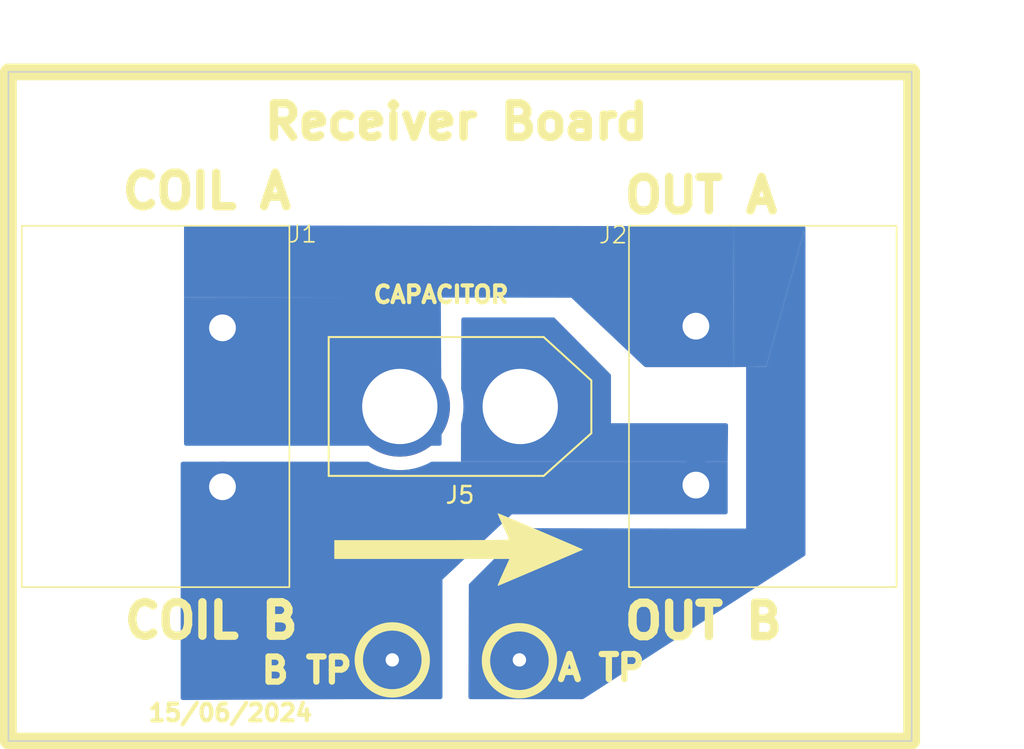
<source format=kicad_pcb>
(kicad_pcb (version 20221018) (generator pcbnew)
  (layers (0 "F.Cu" signal) (31 "B.Cu" signal) (34 "B.Paste" user) (35 "F.Paste" user) (36 "B.SilkS" user "B.Silkscreen") (37 "F.SilkS" user "F.Silkscreen") (38 "B.Mask" user) (39 "F.Mask" user) (44 "Edge.Cuts" user))
  (net 0 "")
  (net 1 "/COIL_OUTB")
  (net 2 "/COIL_OUTA")
  (footprint "Connector_AMASS:AMASS_XT60-M_1x02_P7.20mm_Vertical" (layer "F.Cu") (at 103 83.5 180)
    (fp_text reference "J5" (at 3.6 -5.3) (layer "F.SilkS"))
    (fp_text value "Conn_01x02_Pin")
    (fp_line (start -4.25 -1.6) (end -4.25 1.55) (stroke (width 0.12)) (layer "F.SilkS"))
    (fp_line (start -4.25 1.55) (end -1.4 4.15) (stroke (width 0.12)) (layer "F.SilkS"))
    (fp_line (start -1.4 -4.15) (end -4.25 -1.6) (stroke (width 0.12)) (layer "F.SilkS"))
    (fp_line (start -1.4 4.15) (end 11.45 4.15) (stroke (width 0.12)) (layer "F.SilkS"))
    (fp_line (start 11.45 -4.15) (end -1.4 -4.15) (stroke (width 0.12)) (layer "F.SilkS"))
    (fp_line (start 11.45 4.15) (end 11.45 -4.15) (stroke (width 0.12)) (layer "F.SilkS"))
    (pad "1" thru_hole roundrect (at 0 0 180) (size 6 6) (drill 4.5) (layers "*.Cu" "*.Mask") (net 1 "/COIL_OUTB"))
    (pad "2" thru_hole circle (at 7.2 0 180) (size 6 6) (drill 4.5) (layers "*.Cu" "*.Mask") (net 2 "/COIL_OUTA"))
  )
  (footprint "HB9500:HB9500" (layer "F.Cu") (at 85.2 78.8 -90)
    (fp_text reference "J1" (at -5.6 -4.8 unlocked) (layer "F.SilkS") (effects (font (thickness 0.1))))
    (fp_text value "Screw_Terminal_01x02")
    (fp_rect (start -6.1 -4) (end 15.5 12) (stroke (width 0.1)) (fill none) (layer "F.SilkS"))
    (pad "1" thru_hole circle (at 0 0 270) (size 3 3) (drill 1.6) (layers "*.Cu" "*.Mask") (net 2 "/COIL_OUTA"))
    (pad "2" thru_hole circle (at 9.5 0 270) (size 3 3) (drill 1.6) (layers "*.Cu" "*.Mask") (net 1 "/COIL_OUTB"))
  )
  (footprint "MountingHole:MountingHole_3.2mm_M3" (layer "F.Cu") (at 122.4 99.45)
    (fp_text reference "H4" hide)
    (fp_text value "MountingHole" hide)
    (pad "" np_thru_hole circle (at 0 0) (size 3.2 3.2) (drill 3.2) (layers "*.Cu" "*.Mask"))
  )
  (footprint "HB9500:HB9500" (layer "F.Cu") (at 113.5 88.2 90)
    (fp_text reference "J2" (at 14.95 -4.95 unlocked) (layer "F.SilkS") (effects (font (thickness 0.1))))
    (fp_text value "Screw_Terminal_01x02")
    (fp_rect (start -6.1 -4) (end 15.5 12) (stroke (width 0.1)) (fill none) (layer "F.SilkS"))
    (pad "1" thru_hole circle (at 0 0 90) (size 3 3) (drill 1.6) (layers "*.Cu" "*.Mask") (net 1 "/COIL_OUTB"))
    (pad "2" thru_hole circle (at 9.5 0 90) (size 3 3) (drill 1.6) (layers "*.Cu" "*.Mask") (net 2 "/COIL_OUTA"))
  )
  (footprint "MountingHole:MountingHole_3.2mm_M3" (layer "F.Cu") (at 76.4 67.5)
    (fp_text reference "H3" hide)
    (fp_text value "MountingHole" hide)
    (pad "" np_thru_hole circle (at 0 0) (size 3.2 3.2) (drill 3.2) (layers "*.Cu" "*.Mask"))
  )
  (footprint "LOGO" (layer "F.Cu") (at 99.35 92.45)
    (fp_text reference "G***" hide)
    (fp_text value "LOGO" hide)
    (fp_poly (pts (xy 2.341327 -2.554271) (xy 2.444037 -2.518271) (xy 2.590533 -2.46092) (xy 2.732071 -2.402127) (xy 3.514773 -2.069212) (xy 4.228241 -1.765443) (xy 4.871734 -1.491139) (xy 5.444508 -1.246618) (xy 5.945823 -1.032199) (xy 6.374935 -0.8482) (xy 6.731104 -0.694939) (xy 7.013585 -0.572734) (xy 7.221639 -0.481904) (xy 7.354521 -0.422768) (xy 7.411491 -0.395643) (xy 7.413752 -0.393839) (xy 7.375166 -0.376713) (xy 7.267515 -0.330245) (xy 7.098505 -0.257716) (xy 6.875839 -0.162408) (xy 6.607225 -0.047603) (xy 6.300368 0.083417) (xy 5.962973 0.227369) (xy 5.602745 0.380973) (xy 5.22739 0.540945) (xy 4.844614 0.704005) (xy 4.462122 0.86687) (xy 4.08762 1.026257) (xy 3.728812 1.178887) (xy 3.393405 1.321475) (xy 3.089104 1.450741) (xy 2.823615 1.563402) (xy 2.604643 1.656176) (xy 2.439893 1.725782) (xy 2.337072 1.768937) (xy 2.305812 1.78175) (xy 2.302948 1.753828) (xy 2.33076 1.663657) (xy 2.38444 1.524483) (xy 2.459179 1.349548) (xy 2.47811 1.307267) (xy 2.579834 1.082406) (xy 2.685948 0.848667) (xy 2.782999 0.635641) (xy 2.849646 0.490065) (xy 2.99821 0.166831) (xy -2.233736 0.166831) (xy -7.465682 0.166831) (xy -7.465682 -0.396224) (xy -7.465682 -0.959278) (xy -2.252217 -0.959278) (xy -1.461312 -0.959419) (xy -0.750057 -0.959868) (xy -0.114689 -0.960663) (xy 0.448558 -0.961844) (xy 0.943449 -0.963447) (xy 1.373746 -0.965513) (xy 1.743216 -0.968079) (xy 2.055622 -0.971183) (xy 2.314729 -0.974865) (xy 2.524302 -0.979163) (xy 2.688105 -0.984115) (xy 2.809903 -0.989761) (xy 2.893459 -0.996137) (xy 2.942539 -1.003283) (xy 2.960907 -1.011238) (xy 2.961248 -1.012589) (xy 2.944152 -1.073848) (xy 2.898943 -1.187205) (xy 2.834737 -1.330111) (xy 2.822132 -1.356678) (xy 2.713217 -1.587733) (xy 2.606581 -1.820061) (xy 2.507667 -2.041113) (xy 2.421921 -2.23834) (xy 2.354789 -2.399192) (xy 2.311717 -2.511122) (xy 2.298148 -2.561581) (xy 2.298719 -2.562868)) (fill solid) (layer "F.SilkS"))
  )
  (footprint "MountingHole:MountingHole_3.2mm_M3" (layer "F.Cu") (at 76.4 99.45)
    (fp_text reference "H1" hide)
    (fp_text value "MountingHole" hide)
    (pad "" np_thru_hole circle (at 0 0) (size 3.2 3.2) (drill 3.2) (layers "*.Cu" "*.Mask"))
  )
  (footprint "MountingHole:MountingHole_3.2mm_M3" (layer "F.Cu") (at 122.4 67.5)
    (fp_text reference "H2" hide)
    (fp_text value "MountingHole" hide)
    (pad "" np_thru_hole circle (at 0 0) (size 3.2 3.2) (drill 3.2) (layers "*.Cu" "*.Mask"))
  )
  (gr_rect (start 72.4 63.5) (end 126.4 103.5) (stroke (width 0.1)) (fill none) (layer "B.Cu"))
  (gr_circle (center 95.35 98.65) (end 97.35 98.65) (stroke (width 0.5)) (fill none) (layer "F.SilkS"))
  (gr_rect (start 72.4 63.5) (end 126.4 103.5) (stroke (width 1)) (fill none) (layer "F.SilkS"))
  (gr_circle (center 102.95 98.7) (end 104.95 98.7) (stroke (width 0.5)) (fill none) (layer "F.SilkS"))
  (gr_rect (start 72.4 63.5) (end 126.4 103.5) (stroke (width 0.1)) (fill none) (layer "Edge.Cuts"))
  (gr_text "OUT A" (at 109 72.05) (layer "F.SilkS") (effects (font (size 2 2) (thickness 0.5) bold) (justify left bottom)))
  (gr_text "COIL A" (at 78.975 71.8) (layer "F.SilkS") (effects (font (size 2 2) (thickness 0.5) bold) (justify left bottom)))
  (gr_text "15/06/2024" (at 80.65 102.4) (layer "F.SilkS") (effects (font (size 1 1) (thickness 0.25) bold) (justify left bottom)))
  (gr_text "COIL B" (at 79.1 97.475) (layer "F.SilkS") (effects (font (size 2 2) (thickness 0.5) bold) (justify left bottom)))
  (gr_text "Receiver Board" (at 87.469047 67.65) (layer "F.SilkS") (effects (font (size 2 2) (thickness 0.5) bold) (justify left bottom)))
  (gr_text "OUT B" (at 109 97.5) (layer "F.SilkS") (effects (font (size 2 2) (thickness 0.5) bold) (justify left bottom)))
  (gr_text "CAPACITOR" (at 94.1 77.4) (layer "F.SilkS") (effects (font (size 1 1) (thickness 0.25) bold) (justify left bottom)))
  (gr_text "B TP" (at 87.35 100.15) (layer "F.SilkS") (effects (font (size 1.5 1.5) (thickness 0.375) bold) (justify left bottom)))
  (gr_text "A TP" (at 105.05 100) (layer "F.SilkS") (effects (font (size 1.5 1.5) (thickness 0.375) bold) (justify left bottom)))
  (via (at 95.35 98.65) (size 2) (drill 0.8) (layers "F.Cu" "B.Cu") (net 1))
  (segment (start 113.4 88.3) (end 113.5 88.2) (width 3) (layer "B.Cu") (net 1))
  (via (at 102.95 98.65) (size 2) (drill 0.8) (layers "F.Cu" "B.Cu") (net 2))
  (segment (start 85.2 78.8) (end 91.1 78.8) (width 3) (layer "B.Cu") (net 2))
  (segment (start 91.1 78.8) (end 95.8 83.5) (width 3) (layer "B.Cu") (net 2))
  (zone (net 2) (net_name "/COIL_OUTA") (layer "B.Cu") (priority 3) (connect_pads yes (clearance 0.5)) (min_thickness 0.25) (fill yes (thermal_gap 0.5) (thermal_bridge_width 0.5))
    (polygon (pts (xy 82.9 76.975) (xy 82.9 72.675) (xy 115.9 72.725) (xy 115.925 81.15) (xy 110.45 81.15) (xy 106.05 77)))
  )
  (zone (net 2) (net_name "/COIL_OUTA") (layer "B.Cu") (priority 4) (connect_pads yes (clearance 0.5)) (min_thickness 0.25) (fill yes (thermal_gap 0.5) (thermal_bridge_width 0.5))
    (polygon (pts (xy 99.9 101) (xy 99.925 94.125) (xy 103.275 90.775) (xy 114.475 90.8) (xy 116.5 90.8) (xy 116.5 72.75) (xy 120.05 72.7) (xy 120.05 92.4) (xy 106.75 101)))
  )
  (zone (net 1) (net_name "/COIL_OUTB") (layer "B.Cu") (priority 1) (connect_pads yes (clearance 0.5)) (min_thickness 0.25) (fill yes (thermal_gap 0.5) (thermal_bridge_width 0.5))
    (polygon (pts (xy 115.4 86.8) (xy 115.425 84.5) (xy 108.425 84.5) (xy 108.425 81.6) (xy 105.025 78.175) (xy 99.475 78.175) (xy 99.45 87.85) (xy 115.4 87.575)))
  )
  (zone (net 1) (net_name "/COIL_OUTB") (layer "B.Cu") (priority 2) (connect_pads yes (clearance 0.5)) (min_thickness 0.25) (fill yes (thermal_gap 0.5) (thermal_bridge_width 0.5))
    (polygon (pts (xy 115.4 86.8) (xy 115.4 89.95) (xy 102.5 89.95) (xy 98.35 93.85) (xy 98.35 101) (xy 92.6 101) (xy 82.7 101.05) (xy 82.7 86.8)))
  )
  (zone (net 2) (net_name "/COIL_OUTA") (layer "B.Cu") (connect_pads yes (clearance 0.5)) (min_thickness 0.25) (fill yes (thermal_gap 0.5) (thermal_bridge_width 0.5))
    (polygon (pts (xy 82.9 76.75) (xy 98.25 76.75) (xy 98.3 85.85) (xy 82.9 85.85)))
  )
  (zone (net 2) (net_name "/COIL_OUTA") (layer "B.Cu") (priority 5) (connect_pads yes (clearance 0.5)) (min_thickness 0.25) (fill yes (thermal_gap 0.5) (thermal_bridge_width 0.5))
    (polygon (pts (xy 115.775 81.15) (xy 117.7 81.125) (xy 120.05 72.7) (xy 115.75 72.725)))
  )
)
</source>
